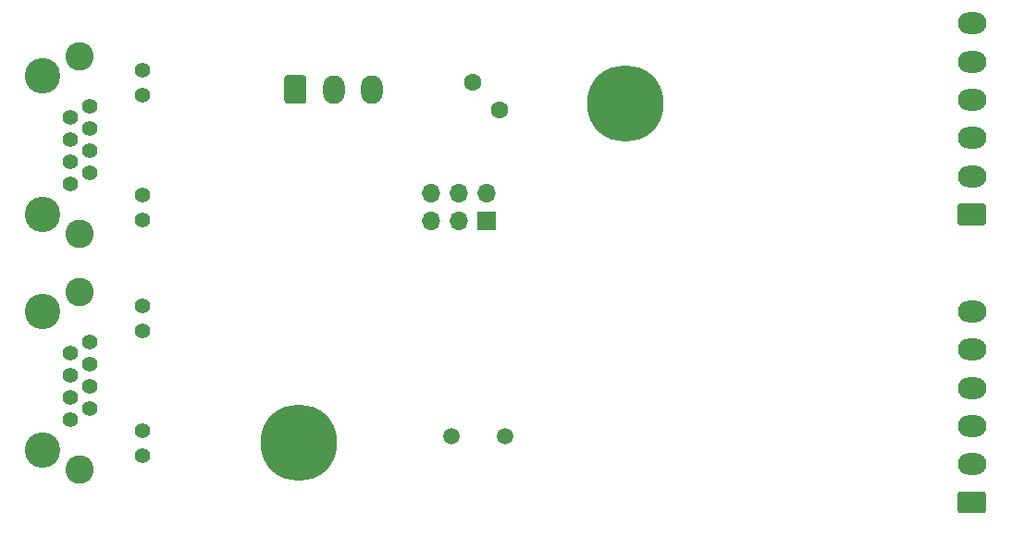
<source format=gbs>
G04 #@! TF.GenerationSoftware,KiCad,Pcbnew,(5.1.9)-1*
G04 #@! TF.CreationDate,2021-06-09T23:16:39+02:00*
G04 #@! TF.ProjectId,decoder,6465636f-6465-4722-9e6b-696361645f70,rev?*
G04 #@! TF.SameCoordinates,Original*
G04 #@! TF.FileFunction,Soldermask,Bot*
G04 #@! TF.FilePolarity,Negative*
%FSLAX46Y46*%
G04 Gerber Fmt 4.6, Leading zero omitted, Abs format (unit mm)*
G04 Created by KiCad (PCBNEW (5.1.9)-1) date 2021-06-09 23:16:39*
%MOMM*%
%LPD*%
G01*
G04 APERTURE LIST*
%ADD10C,1.400000*%
%ADD11C,2.600000*%
%ADD12C,3.250000*%
%ADD13O,2.600000X2.000000*%
%ADD14O,1.700000X1.700000*%
%ADD15R,1.700000X1.700000*%
%ADD16C,1.600000*%
%ADD17O,2.000000X2.600000*%
%ADD18C,0.800000*%
%ADD19C,7.000000*%
%ADD20C,1.500000*%
G04 APERTURE END LIST*
D10*
X110105000Y-73150000D03*
X110105000Y-75440000D03*
X110105000Y-84580000D03*
X110105000Y-86870000D03*
X105285000Y-76440000D03*
X103505000Y-77460000D03*
X105285000Y-78480000D03*
X103505000Y-79500000D03*
X105285000Y-80520000D03*
X103505000Y-81540000D03*
X105285000Y-82560000D03*
X103505000Y-83580000D03*
D11*
X104395000Y-88140000D03*
X104395000Y-71880000D03*
D12*
X100965000Y-86360000D03*
X100965000Y-73660000D03*
D10*
X110105000Y-94740000D03*
X110105000Y-97030000D03*
X110105000Y-106170000D03*
X110105000Y-108460000D03*
X105285000Y-98030000D03*
X103505000Y-99050000D03*
X105285000Y-100070000D03*
X103505000Y-101090000D03*
X105285000Y-102110000D03*
X103505000Y-103130000D03*
X105285000Y-104150000D03*
X103505000Y-105170000D03*
D11*
X104395000Y-109730000D03*
X104395000Y-93470000D03*
D12*
X100965000Y-107950000D03*
X100965000Y-95250000D03*
D13*
X186055000Y-68875000D03*
X186055000Y-72375000D03*
X186055000Y-75875000D03*
X186055000Y-79375000D03*
X186055000Y-82875000D03*
G36*
G01*
X187105000Y-87375000D02*
X185005000Y-87375000D01*
G75*
G02*
X184755000Y-87125000I0J250000D01*
G01*
X184755000Y-85625000D01*
G75*
G02*
X185005000Y-85375000I250000J0D01*
G01*
X187105000Y-85375000D01*
G75*
G02*
X187355000Y-85625000I0J-250000D01*
G01*
X187355000Y-87125000D01*
G75*
G02*
X187105000Y-87375000I-250000J0D01*
G01*
G37*
X186055000Y-95250000D03*
X186055000Y-98750000D03*
X186055000Y-102250000D03*
X186055000Y-105750000D03*
X186055000Y-109250000D03*
G36*
G01*
X187105000Y-113750000D02*
X185005000Y-113750000D01*
G75*
G02*
X184755000Y-113500000I0J250000D01*
G01*
X184755000Y-112000000D01*
G75*
G02*
X185005000Y-111750000I250000J0D01*
G01*
X187105000Y-111750000D01*
G75*
G02*
X187355000Y-112000000I0J-250000D01*
G01*
X187355000Y-113500000D01*
G75*
G02*
X187105000Y-113750000I-250000J0D01*
G01*
G37*
D14*
X136525000Y-84455000D03*
X136525000Y-86995000D03*
X139065000Y-84455000D03*
X139065000Y-86995000D03*
X141605000Y-84455000D03*
D15*
X141605000Y-86995000D03*
D16*
X142809874Y-76769874D03*
X140335000Y-74295000D03*
D17*
X131135000Y-74930000D03*
X127635000Y-74930000D03*
G36*
G01*
X123135000Y-75980000D02*
X123135000Y-73880000D01*
G75*
G02*
X123385000Y-73630000I250000J0D01*
G01*
X124885000Y-73630000D01*
G75*
G02*
X125135000Y-73880000I0J-250000D01*
G01*
X125135000Y-75980000D01*
G75*
G02*
X124885000Y-76230000I-250000J0D01*
G01*
X123385000Y-76230000D01*
G75*
G02*
X123135000Y-75980000I0J250000D01*
G01*
G37*
D18*
X156161155Y-78056155D03*
X154305000Y-78825000D03*
X152448845Y-78056155D03*
X151680000Y-76200000D03*
X152448845Y-74343845D03*
X154305000Y-73575000D03*
X156161155Y-74343845D03*
X156930000Y-76200000D03*
D19*
X154305000Y-76200000D03*
D18*
X126316155Y-105458845D03*
X124460000Y-104690000D03*
X122603845Y-105458845D03*
X121835000Y-107315000D03*
X122603845Y-109171155D03*
X124460000Y-109940000D03*
X126316155Y-109171155D03*
X127085000Y-107315000D03*
D19*
X124460000Y-107315000D03*
D20*
X143310000Y-106680000D03*
X138430000Y-106680000D03*
M02*

</source>
